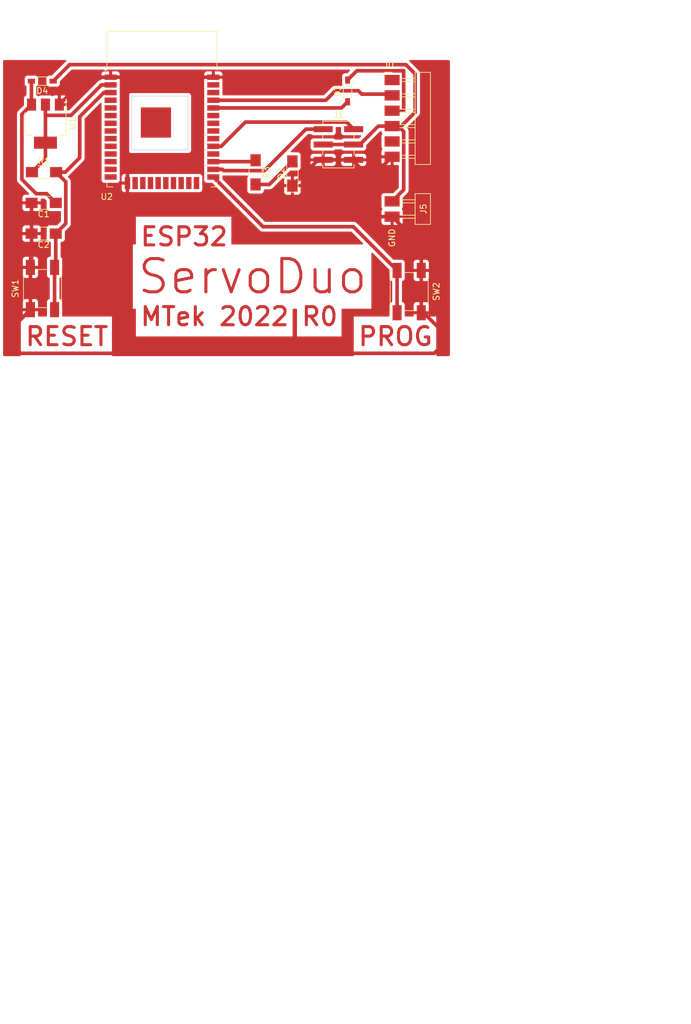
<source format=kicad_pcb>
(kicad_pcb (version 20211014) (generator pcbnew)
  (title_block (title "ServoDuo by MTek") (date "2022-03-07") (rev "2") (company "Giant Squid Technologies"))
  (layers (0 "F.Cu" signal) (31 "B.Cu" signal) (34 "B.Paste" user) (35 "F.Paste" user) (36 "B.SilkS" user "B.Silkscreen") (37 "F.SilkS" user "F.Silkscreen") (38 "B.Mask" user) (39 "F.Mask" user) (44 "Edge.Cuts" user))
  (net 0 "")
  (net 1 "GND")
  (net 2 "Net-(C1-Pad1)")
  (net 3 "RESET")
  (net 4 "+3V3")
  (net 5 "GPIO0")
  (net 6 "+5V")
  (net 8 "RXD")
  (net 9 "TXD")
  (net 10 "Net-(D2-Pad2)")
  (net 11 "GPIO36")
  (net 12 "GPIO39")
  (net 26 "GPIO4")
  (net 27 "GPIO17")
  (net 28 "GPIO5")
  (net 29 "GPIO18")
  (net 30 "GPIO19")
  (net 36 "GPIO16")
  (net 41 "Net-(D3-Pad1)")
  (footprint "fab:SOD-123" (layer "F.Cu") (at 82.8 90.1)
    (fp_text reference "D4" (at 0 1.6) (layer "F.SilkS"))
    (fp_text value "D_Schottky")
    (fp_line (start -1.25 0.7) (end 1.25 0.7) (layer "F.SilkS") (width 0.12))
    (fp_line (start -1.25 -0.7) (end 1.25 -0.7) (layer "F.SilkS") (width 0.12))
    (pad "1" smd rect locked (at -1.8 0) (size 1.2 0.8) (layers "F.Cu" "F.Paste" "F.Mask") (net 2 "Net-(C1-Pad1)"))
    (pad "2" smd rect locked (at 1.8 0) (size 1.2 0.8) (layers "F.Cu" "F.Paste" "F.Mask") (net 6 "+5V"))
  )
  (footprint "fab:C_1206" (layer "F.Cu") (at 83.026 115.316 180)
    (fp_text reference "C2" (at 0 -1.85) (layer "F.SilkS"))
    (fp_text value "10uF")
    (fp_line (start 1 1.07) (end -1 1.07) (layer "F.SilkS") (width 0.12))
    (fp_line (start -1 -1.07) (end 1 -1.07) (layer "F.SilkS") (width 0.12))
    (pad "1" smd rect locked (at -2 0 180) (size 2 1.7) (layers "F.Cu" "F.Paste" "F.Mask") (net 3 "RESET"))
    (pad "2" smd rect locked (at 2 0 180) (size 2 1.7) (layers "F.Cu" "F.Paste" "F.Mask") (net 1 "GND"))
  )
  (footprint "fab:R_1206" (layer "F.Cu") (at 83.09 105.156)
    (fp_text reference "R1" (at 0 -1.85) (layer "F.SilkS"))
    (fp_text value "10k")
    (fp_line (start -1 -1.07) (end 1 -1.07) (layer "F.SilkS") (width 0.12))
    (fp_line (start 1 1.07) (end -1 1.07) (layer "F.SilkS") (width 0.12))
    (pad "1" smd rect locked (at -2 0) (size 2 1.7) (layers "F.Cu" "F.Paste" "F.Mask") (net 4 "+3V3"))
    (pad "2" smd rect locked (at 2 0) (size 2 1.7) (layers "F.Cu" "F.Paste" "F.Mask") (net 3 "RESET"))
  )
  (footprint "fab:Button_Omron_B3SN_6x6mm" (layer "F.Cu") (at 82.836 124.404 90)
    (fp_text reference "SW1" (at 0 -4.5 90) (layer "F.SilkS"))
    (fp_text value "BUTTON_B3SN")
    (fp_line (start 3.15 -1) (end 3.15 1) (layer "F.SilkS") (width 0.12))
    (fp_line (start 3.15 3.15) (end -3.15 3.15) (layer "F.SilkS") (width 0.12))
    (fp_line (start -3.15 1) (end -3.15 -1) (layer "F.SilkS") (width 0.12))
    (fp_line (start -3.15 -3.15) (end 3.15 -3.15) (layer "F.SilkS") (width 0.12))
    (pad "1" smd rect locked (at 3.5 -2 90) (size 2.5 1.5) (layers "F.Cu" "F.Paste" "F.Mask") (net 1 "GND"))
    (pad "1" smd rect locked (at -3.5 -2 90) (size 2.5 1.5) (layers "F.Cu" "F.Paste" "F.Mask") (net 1 "GND"))
    (pad "2" smd rect locked (at 3.5 2 90) (size 2.5 1.5) (layers "F.Cu" "F.Paste" "F.Mask") (net 3 "RESET"))
    (pad "2" smd rect locked (at -3.5 2 90) (size 2.5 1.5) (layers "F.Cu" "F.Paste" "F.Mask") (net 3 "RESET"))
  )
  (footprint "fab:PinHeader_UPDI_01x02_P2.54mm_Horizontal_SMD" (layer "F.Cu") (at 140.716 109.982)
    (fp_text reference "J5" (at 5.184 2.218 270) (layer "F.SilkS") (effects (justify left)))
    (fp_text value "5VDC BATT")
    (fp_text user "GND" (at -0.016 4.418 90) (layer "F.SilkS") (effects (justify right)))
    (fp_line (start 3.81 0.254) (end 1.27 0.254) (layer "F.SilkS") (width 0.12))
    (fp_line (start 3.81 2.794) (end 1.27 2.794) (layer "F.SilkS") (width 0.12))
    (fp_line (start 3.81 2.286) (end 1.27 2.286) (layer "F.SilkS") (width 0.12))
    (fp_line (start 6.35 -1.27) (end 6.35 3.81) (layer "F.SilkS") (width 0.12))
    (fp_line (start 3.81 -0.254) (end 1.27 -0.254) (layer "F.SilkS") (width 0.12))
    (fp_line (start -1.27 -1.27) (end 0 -1.27) (layer "F.SilkS") (width 0.12))
    (fp_line (start 6.35 3.81) (end 3.81 3.81) (layer "F.SilkS") (width 0.12))
    (fp_line (start 3.81 3.81) (end 3.81 -1.27) (layer "F.SilkS") (width 0.12))
    (fp_line (start 3.81 -1.27) (end 6.35 -1.27) (layer "F.SilkS") (width 0.12))
    (pad "1" smd rect locked (at 0 0) (size 2.5 1.7) (layers "F.Cu" "F.Paste" "F.Mask") (net 6 "+5V"))
    (pad "2" smd rect locked (at 0 2.54) (size 2.5 1.7) (layers "F.Cu" "F.Paste" "F.Mask") (net 1 "GND"))
  )
  (footprint "fab:C_1206" (layer "F.Cu") (at 83.026 110.236 180)
    (fp_text reference "C1" (at 0 -1.85) (layer "F.SilkS"))
    (fp_text value "10uF")
    (fp_line (start -1 -1.07) (end 1 -1.07) (layer "F.SilkS") (width 0.12))
    (fp_line (start 1 1.07) (end -1 1.07) (layer "F.SilkS") (width 0.12))
    (pad "1" smd rect locked (at -2 0 180) (size 2 1.7) (layers "F.Cu" "F.Paste" "F.Mask") (net 2 "Net-(C1-Pad1)"))
    (pad "2" smd rect locked (at 2 0 180) (size 2 1.7) (layers "F.Cu" "F.Paste" "F.Mask") (net 1 "GND"))
  )
  (footprint "fab:Button_Omron_B3SN_6x6mm" (layer "F.Cu") (at 143.542 124.912 -90)
    (fp_text reference "SW2" (at 0 -4.5 90) (layer "F.SilkS"))
    (fp_text value "BUTTON_B3SN")
    (fp_line (start 3.15 -1) (end 3.15 1) (layer "F.SilkS") (width 0.12))
    (fp_line (start 3.15 3.15) (end -3.15 3.15) (layer "F.SilkS") (width 0.12))
    (fp_line (start -3.15 1) (end -3.15 -1) (layer "F.SilkS") (width 0.12))
    (fp_line (start -3.15 -3.15) (end 3.15 -3.15) (layer "F.SilkS") (width 0.12))
    (pad "1" smd rect locked (at -3.5 -2 270) (size 2.5 1.5) (layers "F.Cu" "F.Paste" "F.Mask") (net 1 "GND"))
    (pad "1" smd rect locked (at 3.5 -2 270) (size 2.5 1.5) (layers "F.Cu" "F.Paste" "F.Mask") (net 1 "GND"))
    (pad "2" smd rect locked (at 3.5 2 270) (size 2.5 1.5) (layers "F.Cu" "F.Paste" "F.Mask") (net 5 "GPIO0"))
    (pad "2" smd rect locked (at -3.5 2 270) (size 2.5 1.5) (layers "F.Cu" "F.Paste" "F.Mask") (net 5 "GPIO0"))
  )
  (footprint "fab:PinHeader_1x06_P2.54mm_Horizontal_SMD" (layer "F.Cu") (at 140.716 89.916)
    (fp_text reference "J0" (at -1.524 -2.54 180) (layer "F.SilkS") (effects (justify left)))
    (fp_text value "USB SERIAL TTL FTDI")
    (fp_line (start 3.81 12.446) (end 1.27 12.446) (layer "F.SilkS") (width 0.12))
    (fp_line (start 3.81 5.334) (end 1.27 5.334) (layer "F.SilkS") (width 0.12))
    (fp_line (start 3.81 12.954) (end 1.27 12.954) (layer "F.SilkS") (width 0.12))
    (fp_line (start 3.81 7.366) (end 1.27 7.366) (layer "F.SilkS") (width 0.12))
    (fp_line (start 3.81 -0.254) (end 1.27 -0.254) (layer "F.SilkS") (width 0.12))
    (fp_line (start 3.81 2.794) (end 1.27 2.794) (layer "F.SilkS") (width 0.12))
    (fp_line (start 3.81 13.97) (end 3.81 -1.27) (layer "F.SilkS") (width 0.12))
    (fp_line (start 3.81 -1.27) (end 6.35 -1.27) (layer "F.SilkS") (width 0.12))
    (fp_line (start 3.81 7.874) (end 1.27 7.874) (layer "F.SilkS") (width 0.12))
    (fp_line (start 6.35 13.97) (end 3.81 13.97) (layer "F.SilkS") (width 0.12))
    (fp_line (start 3.81 10.414) (end 1.27 10.414) (layer "F.SilkS") (width 0.12))
    (fp_line (start -1.27 -1.27) (end 0 -1.27) (layer "F.SilkS") (width 0.12))
    (fp_line (start 6.35 -1.27) (end 6.35 13.97) (layer "F.SilkS") (width 0.12))
    (fp_line (start 3.81 2.286) (end 1.27 2.286) (layer "F.SilkS") (width 0.12))
    (fp_line (start 3.81 4.826) (end 1.27 4.826) (layer "F.SilkS") (width 0.12))
    (fp_line (start 3.81 9.906) (end 1.27 9.906) (layer "F.SilkS") (width 0.12))
    (fp_line (start 3.81 0.254) (end 1.27 0.254) (layer "F.SilkS") (width 0.12))
    (pad "1" smd rect locked (at 0 0) (size 2.5 1.7) (layers "F.Cu" "F.Paste" "F.Mask"))
    (pad "2" smd rect locked (at 0 2.54) (size 2.5 1.7) (layers "F.Cu" "F.Paste" "F.Mask") (net 9 "TXD"))
    (pad "3" smd rect locked (at 0 5.08) (size 2.5 1.7) (layers "F.Cu" "F.Paste" "F.Mask") (net 41 "Net-(D3-Pad1)"))
    (pad "4" smd rect locked (at 0 7.62) (size 2.5 1.7) (layers "F.Cu" "F.Paste" "F.Mask") (net 6 "+5V"))
    (pad "5" smd rect locked (at 0 10.16) (size 2.5 1.7) (layers "F.Cu" "F.Paste" "F.Mask"))
    (pad "6" smd rect locked (at 0 12.7) (size 2.5 1.7) (layers "F.Cu" "F.Paste" "F.Mask") (net 1 "GND"))
  )
  (footprint "fab:SOD-123" (layer "F.Cu") (at 133.35 91.716 -90)
    (fp_text reference "D3" (at 0 1.6 90) (layer "F.SilkS"))
    (fp_text value "D_Zener")
    (fp_line (start -1.25 -0.7) (end 1.25 -0.7) (layer "F.SilkS") (width 0.12))
    (fp_line (start -1.25 0.7) (end 1.25 0.7) (layer "F.SilkS") (width 0.12))
    (pad "1" smd rect locked (at -1.8 0 270) (size 1.2 0.8) (layers "F.Cu" "F.Paste" "F.Mask") (net 41 "Net-(D3-Pad1)"))
    (pad "2" smd rect locked (at 1.8 0 270) (size 1.2 0.8) (layers "F.Cu" "F.Paste" "F.Mask") (net 8 "RXD"))
  )
  (footprint "fab:SOT-223-3_TabPin2" (layer "F.Cu") (at 83.326 97.13 -90)
    (fp_text reference "U1" (at 0 -4.5 90) (layer "F.SilkS"))
    (fp_text value "Regulator-3.3V-1A")
    (fp_line (start -1.85 3.41) (end 1.91 3.41) (layer "F.SilkS") (width 0.12))
    (fp_line (start 1.91 -3.41) (end 1.91 -2.15) (layer "F.SilkS") (width 0.12))
    (fp_line (start -4.1 -3.41) (end 1.91 -3.41) (layer "F.SilkS") (width 0.12))
    (fp_line (start 1.91 3.41) (end 1.91 2.15) (layer "F.SilkS") (width 0.12))
    (pad "1" smd rect locked (at -3.15 -2.3 270) (size 2 1.5) (layers "F.Cu" "F.Paste" "F.Mask") (net 1 "GND"))
    (pad "2" smd rect locked (at 3.15 0 270) (size 2 3.8) (layers "F.Cu" "F.Paste" "F.Mask") (net 4 "+3V3"))
    (pad "2" smd rect locked (at -3.15 0 270) (size 2 1.5) (layers "F.Cu" "F.Paste" "F.Mask") (net 4 "+3V3"))
    (pad "3" smd rect locked (at -3.15 2.3 270) (size 2 1.5) (layers "F.Cu" "F.Paste" "F.Mask") (net 2 "Net-(C1-Pad1)"))
  )
  (footprint "fab:LED_1206" (layer "F.Cu") (at 124.206 105.378 90)
    (fp_text reference "D2" (at 0 -1.85 90) (layer "F.SilkS"))
    (fp_text value "LED")
    (fp_line (start -3.1 -0.95) (end 1.6 -0.95) (layer "F.SilkS") (width 0.12))
    (fp_line (start -3.1 -0.95) (end -3.1 0.95) (layer "F.SilkS") (width 0.12))
    (fp_line (start -3.1 0.95) (end 1.6 0.95) (layer "F.SilkS") (width 0.12))
    (pad "1" smd rect locked (at -2 0 90) (size 2 1.7) (layers "F.Cu" "F.Paste" "F.Mask") (net 1 "GND"))
    (pad "2" smd rect locked (at 2 0 90) (size 2 1.7) (layers "F.Cu" "F.Paste" "F.Mask") (net 10 "Net-(D2-Pad2)"))
  )
  (footprint "fab:ESP32-WROOM-32E" (layer "F.Cu") (at 102.616 97.706)
    (fp_text reference "U2" (at -9.144 11.514 180) (layer "F.SilkS"))
    (fp_text value "ESP32-WROOM-32E")
    (fp_line (start -9.12 9.88) (end -8.12 9.88) (layer "F.SilkS") (width 0.12))
    (fp_line (start -9.12 -15.865) (end -9.12 -9.445) (layer "F.SilkS") (width 0.12))
    (fp_line (start 9.12 -15.865) (end 9.12 -9.445) (layer "F.SilkS") (width 0.12))
    (fp_line (start -9.12 -15.865) (end 9.12 -15.865) (layer "F.SilkS") (width 0.12))
    (fp_line (start -9.12 -9.445) (end -9.5 -9.445) (layer "F.SilkS") (width 0.12))
    (fp_line (start 9.12 9.1) (end 9.12 9.88) (layer "F.SilkS") (width 0.12))
    (fp_line (start -9.12 9.1) (end -9.12 9.88) (layer "F.SilkS") (width 0.12))
    (fp_line (start 9.12 9.88) (end 8.12 9.88) (layer "F.SilkS") (width 0.12))
    (pad "1" smd rect locked (at -8.5 -8.255) (size 2 0.9) (layers "F.Cu" "F.Paste" "F.Mask") (net 1 "GND"))
    (pad "2" smd rect locked (at -8.5 -6.985) (size 2 0.9) (layers "F.Cu" "F.Paste" "F.Mask") (net 4 "+3V3"))
    (pad "3" smd rect locked (at -8.5 -5.715) (size 2 0.9) (layers "F.Cu" "F.Paste" "F.Mask") (net 3 "RESET"))
    (pad "4" smd rect locked (at -8.5 -4.445) (size 2 0.9) (layers "F.Cu" "F.Paste" "F.Mask") (net 11 "GPIO36"))
    (pad "5" smd rect locked (at -8.5 -3.175) (size 2 0.9) (layers "F.Cu" "F.Paste" "F.Mask") (net 12 "GPIO39"))
    (pad "6" smd rect locked (at -8.5 -1.905) (size 2 0.9) (layers "F.Cu" "F.Paste" "F.Mask"))
    (pad "7" smd rect locked (at -8.5 -0.635) (size 2 0.9) (layers "F.Cu" "F.Paste" "F.Mask"))
    (pad "8" smd rect locked (at -8.5 0.635) (size 2 0.9) (layers "F.Cu" "F.Paste" "F.Mask"))
    (pad "9" smd rect locked (at -8.5 1.905) (size 2 0.9) (layers "F.Cu" "F.Paste" "F.Mask"))
    (pad "10" smd rect locked (at -8.5 3.175) (size 2 0.9) (layers "F.Cu" "F.Paste" "F.Mask"))
    (pad "11" smd rect locked (at -8.5 4.445) (size 2 0.9) (layers "F.Cu" "F.Paste" "F.Mask"))
    (pad "12" smd rect locked (at -8.5 5.715) (size 2 0.9) (layers "F.Cu" "F.Paste" "F.Mask"))
    (pad "13" smd rect locked (at -8.5 6.985) (size 2 0.9) (layers "F.Cu" "F.Paste" "F.Mask"))
    (pad "14" smd rect locked (at -8.5 8.255) (size 2 0.9) (layers "F.Cu" "F.Paste" "F.Mask"))
    (pad "15" smd rect locked (at -5.715 9.255 90) (size 2 0.9) (layers "F.Cu" "F.Paste" "F.Mask") (net 1 "GND"))
    (pad "16" smd rect locked (at -4.445 9.255 90) (size 2 0.9) (layers "F.Cu" "F.Paste" "F.Mask"))
    (pad "17" smd rect locked (at -3.175 9.255 90) (size 2 0.9) (layers "F.Cu" "F.Paste" "F.Mask"))
    (pad "18" smd rect locked (at -1.905 9.255 90) (size 2 0.9) (layers "F.Cu" "F.Paste" "F.Mask"))
    (pad "19" smd rect locked (at -0.635 9.255 90) (size 2 0.9) (layers "F.Cu" "F.Paste" "F.Mask"))
    (pad "20" smd rect locked (at 0.635 9.255 90) (size 2 0.9) (layers "F.Cu" "F.Paste" "F.Mask"))
    (pad "21" smd rect locked (at 1.905 9.255 90) (size 2 0.9) (layers "F.Cu" "F.Paste" "F.Mask"))
    (pad "22" smd rect locked (at 3.175 9.255 90) (size 2 0.9) (layers "F.Cu" "F.Paste" "F.Mask"))
    (pad "23" smd rect locked (at 4.445 9.255 90) (size 2 0.9) (layers "F.Cu" "F.Paste" "F.Mask"))
    (pad "24" smd rect locked (at 5.715 9.255 90) (size 2 0.9) (layers "F.Cu" "F.Paste" "F.Mask"))
    (pad "25" smd rect locked (at 8.5 8.255) (size 2 0.9) (layers "F.Cu" "F.Paste" "F.Mask") (net 5 "GPIO0"))
    (pad "26" smd rect locked (at 8.5 6.985) (size 2 0.9) (layers "F.Cu" "F.Paste" "F.Mask") (net 26 "GPIO4"))
    (pad "27" smd rect locked (at 8.5 5.715) (size 2 0.9) (layers "F.Cu" "F.Paste" "F.Mask") (net 36 "GPIO16"))
    (pad "28" smd rect locked (at 8.5 4.445) (size 2 0.9) (layers "F.Cu" "F.Paste" "F.Mask") (net 27 "GPIO17"))
    (pad "29" smd rect locked (at 8.5 3.175) (size 2 0.9) (layers "F.Cu" "F.Paste" "F.Mask") (net 28 "GPIO5"))
    (pad "30" smd rect locked (at 8.5 1.905) (size 2 0.9) (layers "F.Cu" "F.Paste" "F.Mask") (net 29 "GPIO18"))
    (pad "31" smd rect locked (at 8.5 0.635) (size 2 0.9) (layers "F.Cu" "F.Paste" "F.Mask") (net 30 "GPIO19"))
    (pad "32" smd rect locked (at 8.5 -0.635) (size 2 0.9) (layers "F.Cu" "F.Paste" "F.Mask"))
    (pad "33" smd rect locked (at 8.5 -1.905) (size 2 0.9) (layers "F.Cu" "F.Paste" "F.Mask"))
    (pad "34" smd rect locked (at 8.5 -3.175) (size 2 0.9) (layers "F.Cu" "F.Paste" "F.Mask") (net 8 "RXD"))
    (pad "35" smd rect locked (at 8.5 -4.445) (size 2 0.9) (layers "F.Cu" "F.Paste" "F.Mask") (net 9 "TXD"))
    (pad "36" smd rect locked (at 8.5 -5.715) (size 2 0.9) (layers "F.Cu" "F.Paste" "F.Mask"))
    (pad "37" smd rect locked (at 8.5 -6.985) (size 2 0.9) (layers "F.Cu" "F.Paste" "F.Mask"))
    (pad "38" smd rect locked (at 8.5 -8.255) (size 2 0.9) (layers "F.Cu" "F.Paste" "F.Mask") (net 1 "GND"))
    (pad "39" smd rect locked (at -1 -0.755) (size 5 5) (layers "F.Cu" "F.Paste" "F.Mask"))
  )
  (footprint "fab:R_1206" (layer "F.Cu") (at 118.11 105.188 -90)
    (fp_text reference "R3" (at 0 -1.85 90) (layer "F.SilkS"))
    (fp_text value "1K")
    (fp_line (start 1 1.07) (end -1 1.07) (layer "F.SilkS") (width 0.12))
    (fp_line (start -1 -1.07) (end 1 -1.07) (layer "F.SilkS") (width 0.12))
    (pad "1" smd rect locked (at -2 0 270) (size 2 1.7) (layers "F.Cu" "F.Paste" "F.Mask") (net 36 "GPIO16"))
    (pad "2" smd rect locked (at 2 0 270) (size 2 1.7) (layers "F.Cu" "F.Paste" "F.Mask") (net 10 "Net-(D2-Pad2)"))
  )
  (footprint "fab:PinHeader_2x03_P2.54mm_Vertical_SMD" (layer "F.Cu") (at 131.826 100.584)
    (fp_text reference "J1" (at 0 -4.87) (layer "F.SilkS"))
    (fp_text value "Servos")
    (fp_line (start -2.6 0.76) (end -2.6 1.78) (layer "F.SilkS") (width 0.12))
    (fp_line (start -4.04 -3.3) (end -2.6 -3.3) (layer "F.SilkS") (width 0.12))
    (fp_line (start -2.6 3.3) (end -2.6 3.87) (layer "F.SilkS") (width 0.12))
    (fp_line (start 2.6 3.3) (end 2.6 3.87) (layer "F.SilkS") (width 0.12))
    (fp_line (start -2.6 -3.87) (end 2.6 -3.87) (layer "F.SilkS") (width 0.12))
    (fp_line (start 2.6 -1.78) (end 2.6 -0.76) (layer "F.SilkS") (width 0.12))
    (fp_line (start -2.6 3.87) (end 2.6 3.87) (layer "F.SilkS") (width 0.12))
    (fp_line (start -2.6 -1.78) (end -2.6 -0.76) (layer "F.SilkS") (width 0.12))
    (fp_line (start 2.6 -3.87) (end 2.6 -3.3) (layer "F.SilkS") (width 0.12))
    (fp_line (start -2.6 -3.87) (end -2.6 -3.3) (layer "F.SilkS") (width 0.12))
    (fp_line (start 2.6 0.76) (end 2.6 1.78) (layer "F.SilkS") (width 0.12))
    (pad "1" smd rect locked (at -2.525 -2.54) (size 3.15 1) (layers "F.Cu" "F.Paste" "F.Mask") (net 26 "GPIO4"))
    (pad "2" smd rect locked (at 2.525 -2.54) (size 3.15 1) (layers "F.Cu" "F.Paste" "F.Mask") (net 28 "GPIO5"))
    (pad "3" smd rect locked (at -2.525 0) (size 3.15 1) (layers "F.Cu" "F.Paste" "F.Mask") (net 6 "+5V"))
    (pad "4" smd rect locked (at 2.525 0) (size 3.15 1) (layers "F.Cu" "F.Paste" "F.Mask") (net 6 "+5V"))
    (pad "5" smd rect locked (at -2.525 2.54) (size 3.15 1) (layers "F.Cu" "F.Paste" "F.Mask") (net 1 "GND"))
    (pad "6" smd rect locked (at 2.525 2.54) (size 3.15 1) (layers "F.Cu" "F.Paste" "F.Mask") (net 1 "GND"))
  )
  (gr_line (start 150.8 86.1) (end 150.8 136.1) (layer "Edge.Cuts") (width 0.001))
  (gr_line (start 150.8 136.1) (end 75.8 136.1) (layer "Edge.Cuts") (width 0.001))
  (gr_rect (start 97.536 92.583) (end 106.934 101.473) (layer "Edge.Cuts") (width 0.1) (fill none))
  (gr_line (start 75.8 136.1) (end 75.8 86.1) (layer "Edge.Cuts") (width 0.001))
  (gr_line (start 75.8 86.1) (end 150.8 86.1) (layer "Edge.Cuts") (width 0.001))
  (gr_text "ESP32" (at 98.806 115.824) (layer "F.Cu") (effects (font (size 3 3) (thickness 0.5)) (justify left)))
  (gr_text "PROG" (at 134.874 132.334) (layer "F.Cu") (effects (font (size 3 3) (thickness 0.5)) (justify left)))
  (gr_text "ServoDuo" (at 98.298 122.428) (layer "F.Cu") (effects (font (size 5.5 5.5) (thickness 0.5)) (justify left)))
  (gr_text "MTek 2022" (at 98.806 129.032) (layer "F.Cu") (effects (font (size 3 3) (thickness 0.5)) (justify left)))
  (gr_text "R0" (at 125.476 129.032) (layer "F.Cu") (effects (font (size 3 3) (thickness 0.5)) (justify left)))
  (gr_text "RESET" (at 79.756 132.334) (layer "F.Cu") (effects (font (size 3 3) (thickness 0.5)) (justify left)))
  (segment (start 129.301 103.124) (end 128.46 103.124) (width 0.6) (layer "F.Cu") (net 1))
  (segment (start 95.513338 135.118662) (end 147.692591 135.118662) (width 0.6) (layer "F.Cu") (net 1))
  (segment (start 128.46 103.124) (end 124.206 107.378) (width 0.6) (layer "F.Cu") (net 1))
  (segment (start 137.16 110.998) (end 138.684 112.522) (width 0.6) (layer "F.Cu") (net 1))
  (segment (start 80.836 120.904) (end 80.836 127.904) (width 0.6) (layer "F.Cu") (net 1))
  (segment (start 81.026 110.236) (end 81.026 115.316) (width 0.6) (layer "F.Cu") (net 1))
  (segment (start 134.351 103.124) (end 129.301 103.124) (width 0.6) (layer "F.Cu") (net 1))
  (segment (start 140.716 102.616) (end 137.16 106.172) (width 0.6) (layer "F.Cu") (net 1))
  (segment (start 147.692591 135.118662) (end 148.59 134.221253) (width 0.6) (layer "F.Cu") (net 1))
  (segment (start 79.209408 135.118662) (end 95.513338 135.118662) (width 0.6) (layer "F.Cu") (net 1))
  (segment (start 146.304 128.778) (end 145.908 128.778) (width 0.6) (layer "F.Cu") (net 1))
  (segment (start 90.155 89.451) (end 94.116 89.451) (width 0.6) (layer "F.Cu") (net 1))
  (segment (start 148.59 134.221253) (end 148.59 131.064) (width 0.6) (layer "F.Cu") (net 1))
  (segment (start 96.901 90.636) (end 95.716 89.451) (width 0.6) (layer "F.Cu") (net 1))
  (segment (start 96.901 109.619676) (end 96.901 106.961) (width 0.6) (layer "F.Cu") (net 1))
  (segment (start 81.026 115.316) (end 81.026 120.714) (width 0.6) (layer "F.Cu") (net 1))
  (segment (start 95.513338 135.118662) (end 95.513338 111.007338) (width 0.6) (layer "F.Cu") (net 1))
  (segment (start 96.901 106.961) (end 96.901 90.636) (width 0.6) (layer "F.Cu") (net 1))
  (segment (start 137.16 106.172) (end 134.351 103.363) (width 0.6) (layer "F.Cu") (net 1))
  (segment (start 134.351 103.363) (end 134.351 103.124) (width 0.6) (layer "F.Cu") (net 1))
  (segment (start 80.836 127.904) (end 78.416765 130.323235) (width 0.6) (layer "F.Cu") (net 1))
  (segment (start 145.908 128.778) (end 145.542 128.412) (width 0.6) (layer "F.Cu") (net 1))
  (segment (start 145.542 117.348) (end 140.716 112.522) (width 0.6) (layer "F.Cu") (net 1))
  (segment (start 95.716 89.451) (end 94.116 89.451) (width 0.6) (layer "F.Cu") (net 1))
  (segment (start 145.542 121.412) (end 145.542 117.348) (width 0.6) (layer "F.Cu") (net 1))
  (segment (start 137.16 106.172) (end 137.16 110.998) (width 0.6) (layer "F.Cu") (net 1))
  (segment (start 85.626 93.98) (end 90.155 89.451) (width 0.6) (layer "F.Cu") (net 1))
  (segment (start 78.416765 134.326019) (end 79.209408 135.118662) (width 0.6) (layer "F.Cu") (net 1))
  (segment (start 78.416765 130.323235) (end 78.416765 134.326019) (width 0.6) (layer "F.Cu") (net 1))
  (segment (start 94.116 89.451) (end 111.116 89.451) (width 0.6) (layer "F.Cu") (net 1))
  (segment (start 148.59 131.064) (end 146.304 128.778) (width 0.6) (layer "F.Cu") (net 1))
  (segment (start 145.542 128.412) (end 145.542 121.412) (width 0.6) (layer "F.Cu") (net 1))
  (segment (start 81.026 120.714) (end 80.836 120.904) (width 0.6) (layer "F.Cu") (net 1))
  (segment (start 95.513338 111.007338) (end 96.901 109.619676) (width 0.6) (layer "F.Cu") (net 1))
  (segment (start 138.684 112.522) (end 140.716 112.522) (width 0.6) (layer "F.Cu") (net 1))
  (segment (start 83.506489 108.716489) (end 85.026 110.236) (width 0.6) (layer "F.Cu") (net 2))
  (segment (start 81 93.954) (end 81.026 93.98) (width 0.6) (layer "F.Cu") (net 2))
  (segment (start 79.420489 106.348978) (end 81.788 108.716489) (width 0.6) (layer "F.Cu") (net 2))
  (segment (start 79.420489 95.585511) (end 79.420489 106.348978) (width 0.6) (layer "F.Cu") (net 2))
  (segment (start 81.026 93.98) (end 79.420489 95.585511) (width 0.6) (layer "F.Cu") (net 2))
  (segment (start 81 90.1) (end 81 93.954) (width 0.6) (layer "F.Cu") (net 2))
  (segment (start 81.788 108.716489) (end 83.506489 108.716489) (width 0.6) (layer "F.Cu") (net 2))
  (segment (start 86.695511 113.646489) (end 85.026 115.316) (width 0.6) (layer "F.Cu") (net 3))
  (segment (start 84.836 120.904) (end 84.836 127.904) (width 0.6) (layer "F.Cu") (net 3))
  (segment (start 92.986108 91.991) (end 88.995511 95.981597) (width 0.6) (layer "F.Cu") (net 3))
  (segment (start 86.614 105.156) (end 85.09 105.156) (width 0.6) (layer "F.Cu") (net 3))
  (segment (start 88.995511 95.981597) (end 88.995511 102.774489) (width 0.6) (layer "F.Cu") (net 3))
  (segment (start 88.995511 102.774489) (end 86.614 105.156) (width 0.6) (layer "F.Cu") (net 3))
  (segment (start 85.09 105.156) (end 86.695511 106.761511) (width 0.6) (layer "F.Cu") (net 3))
  (segment (start 86.695511 106.761511) (end 86.695511 113.646489) (width 0.6) (layer "F.Cu") (net 3))
  (segment (start 85.026 120.714) (end 84.836 120.904) (width 0.6) (layer "F.Cu") (net 3))
  (segment (start 85.026 115.316) (end 85.026 120.714) (width 0.6) (layer "F.Cu") (net 3))
  (segment (start 94.116 91.991) (end 92.986108 91.991) (width 0.6) (layer "F.Cu") (net 3))
  (segment (start 83.326 100.28) (end 83.326 102.92) (width 0.6) (layer "F.Cu") (net 4))
  (segment (start 83.326 102.92) (end 81.09 105.156) (width 0.6) (layer "F.Cu") (net 4))
  (segment (start 83.326 93.98) (end 83.326 100.28) (width 0.6) (layer "F.Cu") (net 4))
  (segment (start 83.504 95.758) (end 87.559978 95.758) (width 0.6) (layer "F.Cu") (net 4))
  (segment (start 92.596978 90.721) (end 94.116 90.721) (width 0.6) (layer "F.Cu") (net 4))
  (segment (start 87.559978 95.758) (end 92.596978 90.721) (width 0.6) (layer "F.Cu") (net 4))
  (segment (start 83.326 95.58) (end 83.504 95.758) (width 0.6) (layer "F.Cu") (net 4))
  (segment (start 83.326 93.98) (end 83.326 95.58) (width 0.6) (layer "F.Cu") (net 4))
  (segment (start 119.333575 114.178575) (end 111.116 105.961) (width 0.6) (layer "F.Cu") (net 5))
  (segment (start 141.542 121.412) (end 134.308575 114.178575) (width 0.6) (layer "F.Cu") (net 5))
  (segment (start 134.308575 114.178575) (end 119.333575 114.178575) (width 0.6) (layer "F.Cu") (net 5))
  (segment (start 141.542 128.412) (end 141.542 121.412) (width 0.6) (layer "F.Cu") (net 5))
  (segment (start 135.382 100.584) (end 138.43 97.536) (width 0.6) (layer "F.Cu") (net 6))
  (segment (start 134.351 100.584) (end 135.382 100.584) (width 0.6) (layer "F.Cu") (net 6))
  (segment (start 138.43 97.536) (end 140.716 97.536) (width 0.6) (layer "F.Cu") (net 6))
  (segment (start 141.732 97.536) (end 140.716 97.536) (width 0.6) (layer "F.Cu") (net 6))
  (segment (start 142.24 97.536) (end 140.716 97.536) (width 0.6) (layer "F.Cu") (net 6))
  (segment (start 134.351 100.584) (end 129.301 100.584) (width 0.6) (layer "F.Cu") (net 6))
  (segment (start 144.526 95.25) (end 142.24 97.536) (width 0.6) (layer "F.Cu") (net 6))
  (segment (start 143.002 87.376) (end 144.526 88.9) (width 0.6) (layer "F.Cu") (net 6))
  (segment (start 144.526 88.9) (end 144.526 95.25) (width 0.6) (layer "F.Cu") (net 6))
  (segment (start 143.002 87.376) (end 87.324 87.376) (width 0.6) (layer "F.Cu") (net 6))
  (segment (start 142.635511 98.439511) (end 141.732 97.536) (width 0.6) (layer "F.Cu") (net 6))
  (segment (start 142.635511 108.062489) (end 142.635511 98.439511) (width 0.6) (layer "F.Cu") (net 6))
  (segment (start 87.324 87.376) (end 84.6 90.1) (width 0.6) (layer "F.Cu") (net 6))
  (segment (start 140.716 109.982) (end 142.635511 108.062489) (width 0.6) (layer "F.Cu") (net 6))
  (segment (start 111.116 94.531) (end 132.335 94.531) (width 0.6) (layer "F.Cu") (net 8))
  (segment (start 132.335 94.531) (end 133.35 93.516) (width 0.6) (layer "F.Cu") (net 8))
  (segment (start 131.318 91.694) (end 129.751 93.261) (width 0.6) (layer "F.Cu") (net 9))
  (segment (start 140.506489 92.246489) (end 135.680489 92.246489) (width 0.6) (layer "F.Cu") (net 9))
  (segment (start 135.680489 92.246489) (end 135.128 91.694) (width 0.6) (layer "F.Cu") (net 9))
  (segment (start 140.716 92.456) (end 140.506489 92.246489) (width 0.6) (layer "F.Cu") (net 9))
  (segment (start 129.751 93.261) (end 111.116 93.261) (width 0.6) (layer "F.Cu") (net 9))
  (segment (start 135.128 91.694) (end 131.318 91.694) (width 0.6) (layer "F.Cu") (net 9))
  (segment (start 120.396 107.188) (end 124.206 103.378) (width 0.6) (layer "F.Cu") (net 10))
  (segment (start 118.11 107.188) (end 120.396 107.188) (width 0.6) (layer "F.Cu") (net 10))
  (segment (start 119.585022 104.902) (end 112.846022 104.902) (width 0.6) (layer "F.Cu") (net 26))
  (segment (start 112.846022 104.902) (end 112.635022 104.691) (width 0.6) (layer "F.Cu") (net 26))
  (segment (start 112.635022 104.691) (end 111.116 104.691) (width 0.6) (layer "F.Cu") (net 26))
  (segment (start 126.443022 98.044) (end 119.585022 104.902) (width 0.6) (layer "F.Cu") (net 26))
  (segment (start 129.301 98.044) (end 126.443022 98.044) (width 0.6) (layer "F.Cu") (net 26))
  (segment (start 134.351 98.044) (end 133.181489 96.874489) (width 0.6) (layer "F.Cu") (net 28))
  (segment (start 112.418489 100.881) (end 111.116 100.881) (width 0.6) (layer "F.Cu") (net 28))
  (segment (start 116.425 96.874489) (end 112.418489 100.881) (width 0.6) (layer "F.Cu") (net 28))
  (segment (start 133.181489 96.874489) (end 116.425 96.874489) (width 0.6) (layer "F.Cu") (net 28))
  (segment (start 111.116 103.421) (end 117.877 103.421) (width 0.6) (layer "F.Cu") (net 36))
  (segment (start 117.877 103.421) (end 118.11 103.188) (width 0.6) (layer "F.Cu") (net 36))
  (segment (start 134.874 88.392) (end 133.35 89.916) (width 0.6) (layer "F.Cu") (net 41))
  (segment (start 140.716 94.996) (end 142.566 94.996) (width 0.6) (layer "F.Cu") (net 41))
  (segment (start 142.635511 88.396489) (end 142.631022 88.392) (width 0.6) (layer "F.Cu") (net 41))
  (segment (start 142.566 94.996) (end 142.635511 94.926489) (width 0.6) (layer "F.Cu") (net 41))
  (segment (start 142.635511 94.926489) (end 142.635511 88.396489) (width 0.6) (layer "F.Cu") (net 41))
  (segment (start 142.631022 88.392) (end 134.874 88.392) (width 0.6) (layer "F.Cu") (net 41))
  (zone (net 1) (net_name "GND") (layer "F.Cu") (connect_pads (clearance 0.508)) (min_thickness 0.254) (fill yes (thermal_gap 0.508) (thermal_bridge_width 0.508) (smoothing fillet) (radius 2))
    (polygon (pts (xy 150.8 136.1) (xy 75.8 136.1) (xy 75.8 86.1) (xy 150.8 86.1)))
  )
)
</source>
